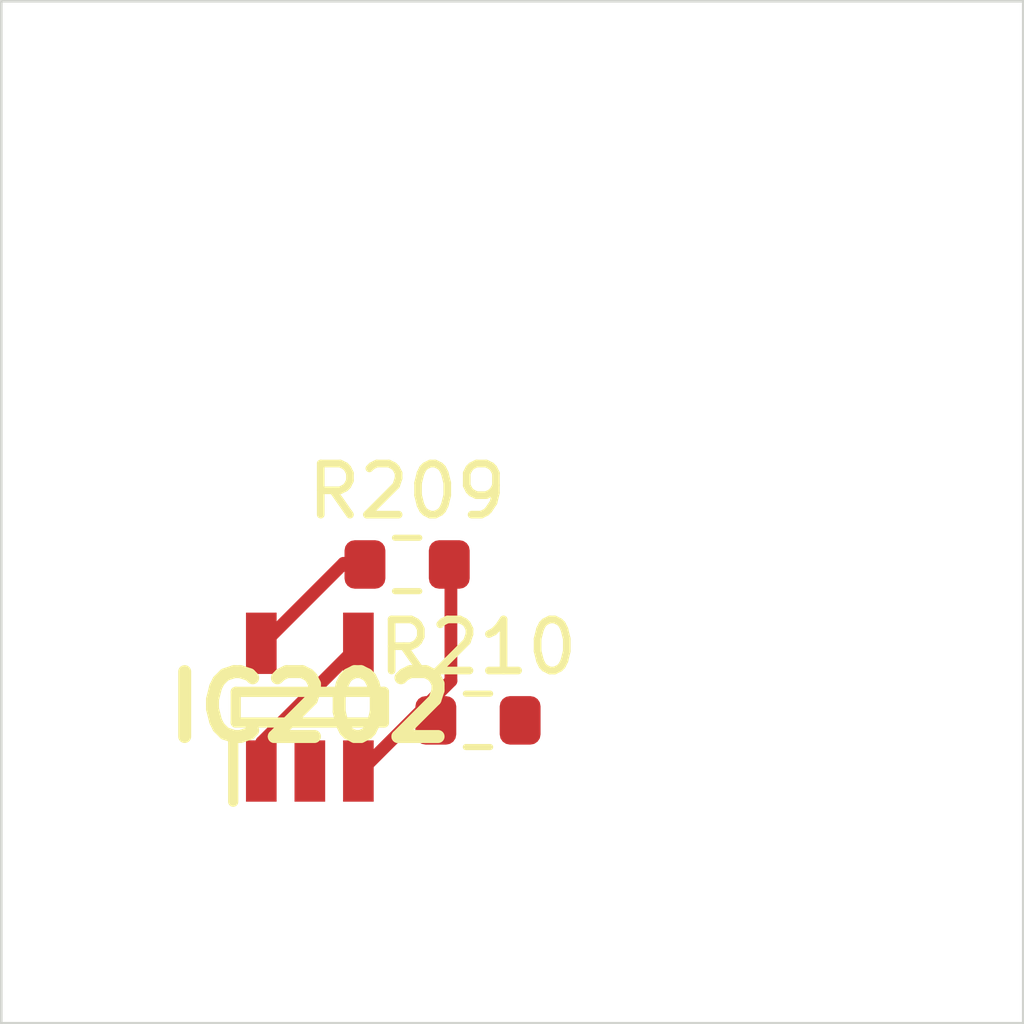
<source format=kicad_pcb>
 ( kicad_pcb  ( version 20171130 )
 ( host pcbnew 5.1.12-84ad8e8a86~92~ubuntu18.04.1 )
 ( general  ( thickness 1.6 )
 ( drawings 4 )
 ( tracks 0 )
 ( zones 0 )
 ( modules 3 )
 ( nets 5 )
)
 ( page A4 )
 ( layers  ( 0 F.Cu signal )
 ( 31 B.Cu signal )
 ( 32 B.Adhes user )
 ( 33 F.Adhes user )
 ( 34 B.Paste user )
 ( 35 F.Paste user )
 ( 36 B.SilkS user )
 ( 37 F.SilkS user )
 ( 38 B.Mask user )
 ( 39 F.Mask user )
 ( 40 Dwgs.User user )
 ( 41 Cmts.User user )
 ( 42 Eco1.User user )
 ( 43 Eco2.User user )
 ( 44 Edge.Cuts user )
 ( 45 Margin user )
 ( 46 B.CrtYd user )
 ( 47 F.CrtYd user )
 ( 48 B.Fab user )
 ( 49 F.Fab user )
)
 ( setup  ( last_trace_width 0.25 )
 ( trace_clearance 0.2 )
 ( zone_clearance 0.508 )
 ( zone_45_only no )
 ( trace_min 0.2 )
 ( via_size 0.8 )
 ( via_drill 0.4 )
 ( via_min_size 0.4 )
 ( via_min_drill 0.3 )
 ( uvia_size 0.3 )
 ( uvia_drill 0.1 )
 ( uvias_allowed no )
 ( uvia_min_size 0.2 )
 ( uvia_min_drill 0.1 )
 ( edge_width 0.05 )
 ( segment_width 0.2 )
 ( pcb_text_width 0.3 )
 ( pcb_text_size 1.5 1.5 )
 ( mod_edge_width 0.12 )
 ( mod_text_size 1 1 )
 ( mod_text_width 0.15 )
 ( pad_size 1.524 1.524 )
 ( pad_drill 0.762 )
 ( pad_to_mask_clearance 0 )
 ( aux_axis_origin 0 0 )
 ( visible_elements FFFFFF7F )
 ( pcbplotparams  ( layerselection 0x010fc_ffffffff )
 ( usegerberextensions false )
 ( usegerberattributes true )
 ( usegerberadvancedattributes true )
 ( creategerberjobfile true )
 ( excludeedgelayer true )
 ( linewidth 0.100000 )
 ( plotframeref false )
 ( viasonmask false )
 ( mode 1 )
 ( useauxorigin false )
 ( hpglpennumber 1 )
 ( hpglpenspeed 20 )
 ( hpglpendiameter 15.000000 )
 ( psnegative false )
 ( psa4output false )
 ( plotreference true )
 ( plotvalue true )
 ( plotinvisibletext false )
 ( padsonsilk false )
 ( subtractmaskfromsilk false )
 ( outputformat 1 )
 ( mirror false )
 ( drillshape 1 )
 ( scaleselection 1 )
 ( outputdirectory "" )
)
)
 ( net 0 "" )
 ( net 1 GND )
 ( net 2 VDDA )
 ( net 3 /Sheet6235D886/vp )
 ( net 4 "Net-(IC202-Pad3)" )
 ( net_class Default "This is the default net class."  ( clearance 0.2 )
 ( trace_width 0.25 )
 ( via_dia 0.8 )
 ( via_drill 0.4 )
 ( uvia_dia 0.3 )
 ( uvia_drill 0.1 )
 ( add_net /Sheet6235D886/vp )
 ( add_net GND )
 ( add_net "Net-(IC202-Pad3)" )
 ( add_net VDDA )
)
 ( module SOT95P280X145-5N locked  ( layer F.Cu )
 ( tedit 62336ED7 )
 ( tstamp 623423ED )
 ( at 86.038900 113.815000 90.000000 )
 ( descr DBV0005A )
 ( tags "Integrated Circuit" )
 ( path /6235D887/6266C08E )
 ( attr smd )
 ( fp_text reference IC202  ( at 0 0 )
 ( layer F.SilkS )
 ( effects  ( font  ( size 1.27 1.27 )
 ( thickness 0.254 )
)
)
)
 ( fp_text value TL071HIDBVR  ( at 0 0 )
 ( layer F.SilkS )
hide  ( effects  ( font  ( size 1.27 1.27 )
 ( thickness 0.254 )
)
)
)
 ( fp_line  ( start -1.85 -1.5 )
 ( end -0.65 -1.5 )
 ( layer F.SilkS )
 ( width 0.2 )
)
 ( fp_line  ( start -0.3 1.45 )
 ( end -0.3 -1.45 )
 ( layer F.SilkS )
 ( width 0.2 )
)
 ( fp_line  ( start 0.3 1.45 )
 ( end -0.3 1.45 )
 ( layer F.SilkS )
 ( width 0.2 )
)
 ( fp_line  ( start 0.3 -1.45 )
 ( end 0.3 1.45 )
 ( layer F.SilkS )
 ( width 0.2 )
)
 ( fp_line  ( start -0.3 -1.45 )
 ( end 0.3 -1.45 )
 ( layer F.SilkS )
 ( width 0.2 )
)
 ( fp_line  ( start -0.8 -0.5 )
 ( end 0.15 -1.45 )
 ( layer Dwgs.User )
 ( width 0.1 )
)
 ( fp_line  ( start -0.8 1.45 )
 ( end -0.8 -1.45 )
 ( layer Dwgs.User )
 ( width 0.1 )
)
 ( fp_line  ( start 0.8 1.45 )
 ( end -0.8 1.45 )
 ( layer Dwgs.User )
 ( width 0.1 )
)
 ( fp_line  ( start 0.8 -1.45 )
 ( end 0.8 1.45 )
 ( layer Dwgs.User )
 ( width 0.1 )
)
 ( fp_line  ( start -0.8 -1.45 )
 ( end 0.8 -1.45 )
 ( layer Dwgs.User )
 ( width 0.1 )
)
 ( fp_line  ( start -2.1 1.775 )
 ( end -2.1 -1.775 )
 ( layer Dwgs.User )
 ( width 0.05 )
)
 ( fp_line  ( start 2.1 1.775 )
 ( end -2.1 1.775 )
 ( layer Dwgs.User )
 ( width 0.05 )
)
 ( fp_line  ( start 2.1 -1.775 )
 ( end 2.1 1.775 )
 ( layer Dwgs.User )
 ( width 0.05 )
)
 ( fp_line  ( start -2.1 -1.775 )
 ( end 2.1 -1.775 )
 ( layer Dwgs.User )
 ( width 0.05 )
)
 ( pad 1 smd rect  ( at -1.25 -0.95 180.000000 )
 ( size 0.6 1.2 )
 ( layers F.Cu F.Mask F.Paste )
 ( net 3 /Sheet6235D886/vp )
)
 ( pad 2 smd rect  ( at -1.25 0 180.000000 )
 ( size 0.6 1.2 )
 ( layers F.Cu F.Mask F.Paste )
 ( net 1 GND )
)
 ( pad 3 smd rect  ( at -1.25 0.95 180.000000 )
 ( size 0.6 1.2 )
 ( layers F.Cu F.Mask F.Paste )
 ( net 4 "Net-(IC202-Pad3)" )
)
 ( pad 4 smd rect  ( at 1.25 0.95 180.000000 )
 ( size 0.6 1.2 )
 ( layers F.Cu F.Mask F.Paste )
 ( net 3 /Sheet6235D886/vp )
)
 ( pad 5 smd rect  ( at 1.25 -0.95 180.000000 )
 ( size 0.6 1.2 )
 ( layers F.Cu F.Mask F.Paste )
 ( net 2 VDDA )
)
)
 ( module Resistor_SMD:R_0603_1608Metric  ( layer F.Cu )
 ( tedit 5F68FEEE )
 ( tstamp 62342595 )
 ( at 87.942600 111.022000 )
 ( descr "Resistor SMD 0603 (1608 Metric), square (rectangular) end terminal, IPC_7351 nominal, (Body size source: IPC-SM-782 page 72, https://www.pcb-3d.com/wordpress/wp-content/uploads/ipc-sm-782a_amendment_1_and_2.pdf), generated with kicad-footprint-generator" )
 ( tags resistor )
 ( path /6235D887/623CDBD9 )
 ( attr smd )
 ( fp_text reference R209  ( at 0 -1.43 )
 ( layer F.SilkS )
 ( effects  ( font  ( size 1 1 )
 ( thickness 0.15 )
)
)
)
 ( fp_text value 100k  ( at 0 1.43 )
 ( layer F.Fab )
 ( effects  ( font  ( size 1 1 )
 ( thickness 0.15 )
)
)
)
 ( fp_line  ( start -0.8 0.4125 )
 ( end -0.8 -0.4125 )
 ( layer F.Fab )
 ( width 0.1 )
)
 ( fp_line  ( start -0.8 -0.4125 )
 ( end 0.8 -0.4125 )
 ( layer F.Fab )
 ( width 0.1 )
)
 ( fp_line  ( start 0.8 -0.4125 )
 ( end 0.8 0.4125 )
 ( layer F.Fab )
 ( width 0.1 )
)
 ( fp_line  ( start 0.8 0.4125 )
 ( end -0.8 0.4125 )
 ( layer F.Fab )
 ( width 0.1 )
)
 ( fp_line  ( start -0.237258 -0.5225 )
 ( end 0.237258 -0.5225 )
 ( layer F.SilkS )
 ( width 0.12 )
)
 ( fp_line  ( start -0.237258 0.5225 )
 ( end 0.237258 0.5225 )
 ( layer F.SilkS )
 ( width 0.12 )
)
 ( fp_line  ( start -1.48 0.73 )
 ( end -1.48 -0.73 )
 ( layer F.CrtYd )
 ( width 0.05 )
)
 ( fp_line  ( start -1.48 -0.73 )
 ( end 1.48 -0.73 )
 ( layer F.CrtYd )
 ( width 0.05 )
)
 ( fp_line  ( start 1.48 -0.73 )
 ( end 1.48 0.73 )
 ( layer F.CrtYd )
 ( width 0.05 )
)
 ( fp_line  ( start 1.48 0.73 )
 ( end -1.48 0.73 )
 ( layer F.CrtYd )
 ( width 0.05 )
)
 ( fp_text user %R  ( at 0 0 )
 ( layer F.Fab )
 ( effects  ( font  ( size 0.4 0.4 )
 ( thickness 0.06 )
)
)
)
 ( pad 1 smd roundrect  ( at -0.825 0 )
 ( size 0.8 0.95 )
 ( layers F.Cu F.Mask F.Paste )
 ( roundrect_rratio 0.25 )
 ( net 2 VDDA )
)
 ( pad 2 smd roundrect  ( at 0.825 0 )
 ( size 0.8 0.95 )
 ( layers F.Cu F.Mask F.Paste )
 ( roundrect_rratio 0.25 )
 ( net 4 "Net-(IC202-Pad3)" )
)
 ( model ${KISYS3DMOD}/Resistor_SMD.3dshapes/R_0603_1608Metric.wrl  ( at  ( xyz 0 0 0 )
)
 ( scale  ( xyz 1 1 1 )
)
 ( rotate  ( xyz 0 0 0 )
)
)
)
 ( module Resistor_SMD:R_0603_1608Metric  ( layer F.Cu )
 ( tedit 5F68FEEE )
 ( tstamp 623425A6 )
 ( at 89.329600 114.073000 )
 ( descr "Resistor SMD 0603 (1608 Metric), square (rectangular) end terminal, IPC_7351 nominal, (Body size source: IPC-SM-782 page 72, https://www.pcb-3d.com/wordpress/wp-content/uploads/ipc-sm-782a_amendment_1_and_2.pdf), generated with kicad-footprint-generator" )
 ( tags resistor )
 ( path /6235D887/623CDBDF )
 ( attr smd )
 ( fp_text reference R210  ( at 0 -1.43 )
 ( layer F.SilkS )
 ( effects  ( font  ( size 1 1 )
 ( thickness 0.15 )
)
)
)
 ( fp_text value 100k  ( at 0 1.43 )
 ( layer F.Fab )
 ( effects  ( font  ( size 1 1 )
 ( thickness 0.15 )
)
)
)
 ( fp_line  ( start 1.48 0.73 )
 ( end -1.48 0.73 )
 ( layer F.CrtYd )
 ( width 0.05 )
)
 ( fp_line  ( start 1.48 -0.73 )
 ( end 1.48 0.73 )
 ( layer F.CrtYd )
 ( width 0.05 )
)
 ( fp_line  ( start -1.48 -0.73 )
 ( end 1.48 -0.73 )
 ( layer F.CrtYd )
 ( width 0.05 )
)
 ( fp_line  ( start -1.48 0.73 )
 ( end -1.48 -0.73 )
 ( layer F.CrtYd )
 ( width 0.05 )
)
 ( fp_line  ( start -0.237258 0.5225 )
 ( end 0.237258 0.5225 )
 ( layer F.SilkS )
 ( width 0.12 )
)
 ( fp_line  ( start -0.237258 -0.5225 )
 ( end 0.237258 -0.5225 )
 ( layer F.SilkS )
 ( width 0.12 )
)
 ( fp_line  ( start 0.8 0.4125 )
 ( end -0.8 0.4125 )
 ( layer F.Fab )
 ( width 0.1 )
)
 ( fp_line  ( start 0.8 -0.4125 )
 ( end 0.8 0.4125 )
 ( layer F.Fab )
 ( width 0.1 )
)
 ( fp_line  ( start -0.8 -0.4125 )
 ( end 0.8 -0.4125 )
 ( layer F.Fab )
 ( width 0.1 )
)
 ( fp_line  ( start -0.8 0.4125 )
 ( end -0.8 -0.4125 )
 ( layer F.Fab )
 ( width 0.1 )
)
 ( fp_text user %R  ( at 0 0 )
 ( layer F.Fab )
 ( effects  ( font  ( size 0.4 0.4 )
 ( thickness 0.06 )
)
)
)
 ( pad 2 smd roundrect  ( at 0.825 0 )
 ( size 0.8 0.95 )
 ( layers F.Cu F.Mask F.Paste )
 ( roundrect_rratio 0.25 )
 ( net 1 GND )
)
 ( pad 1 smd roundrect  ( at -0.825 0 )
 ( size 0.8 0.95 )
 ( layers F.Cu F.Mask F.Paste )
 ( roundrect_rratio 0.25 )
 ( net 4 "Net-(IC202-Pad3)" )
)
 ( model ${KISYS3DMOD}/Resistor_SMD.3dshapes/R_0603_1608Metric.wrl  ( at  ( xyz 0 0 0 )
)
 ( scale  ( xyz 1 1 1 )
)
 ( rotate  ( xyz 0 0 0 )
)
)
)
 ( gr_line  ( start 100 100 )
 ( end 100 120 )
 ( layer Edge.Cuts )
 ( width 0.05 )
 ( tstamp 62E770C4 )
)
 ( gr_line  ( start 80 120 )
 ( end 100 120 )
 ( layer Edge.Cuts )
 ( width 0.05 )
 ( tstamp 62E770C0 )
)
 ( gr_line  ( start 80 100 )
 ( end 100 100 )
 ( layer Edge.Cuts )
 ( width 0.05 )
 ( tstamp 6234110C )
)
 ( gr_line  ( start 80 100 )
 ( end 80 120 )
 ( layer Edge.Cuts )
 ( width 0.05 )
)
 ( segment  ( start 87.100001 111.000002 )
 ( end 86.700001 111.000002 )
 ( width 0.250000 )
 ( layer F.Cu )
 ( net 2 )
)
 ( segment  ( start 86.700001 111.000002 )
 ( end 85.100001 112.600002 )
 ( width 0.250000 )
 ( layer F.Cu )
 ( net 2 )
)
 ( segment  ( start 87.000001 112.600002 )
 ( end 85.100001 114.500002 )
 ( width 0.250000 )
 ( layer F.Cu )
 ( net 3 )
)
 ( segment  ( start 85.100001 114.500002 )
 ( end 85.100001 115.100002 )
 ( width 0.250000 )
 ( layer F.Cu )
 ( net 3 )
)
 ( segment  ( start 88.800001 111.000002 )
 ( end 88.800001 113.300002 )
 ( width 0.250000 )
 ( layer F.Cu )
 ( net 4 )
)
 ( segment  ( start 88.800001 113.300002 )
 ( end 87.000001 115.100002 )
 ( width 0.250000 )
 ( layer F.Cu )
 ( net 4 )
)
 ( segment  ( start 88.500001 114.100002 )
 ( end 88.500001 114.000002 )
 ( width 0.250000 )
 ( layer F.Cu )
 ( net 4 )
)
 ( segment  ( start 88.500001 114.000002 )
 ( end 88.300001 113.800002 )
 ( width 0.250000 )
 ( layer F.Cu )
 ( net 4 )
)
)

</source>
